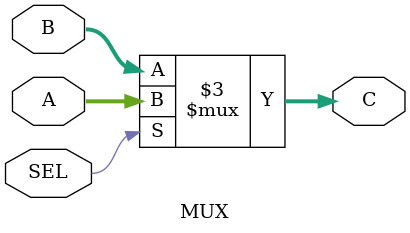
<source format=v>
module MUX #( parameter  width = 32)(
input   wire    [width - 1:0]  A, //1
input   wire    [width - 1:0]  B, //0
input   wire                   SEL,
output  reg     [width - 1:0]  C
);

always@(*)
begin
    if(SEL)
        C = A;
    else
        C = B;    
end
endmodule
</source>
